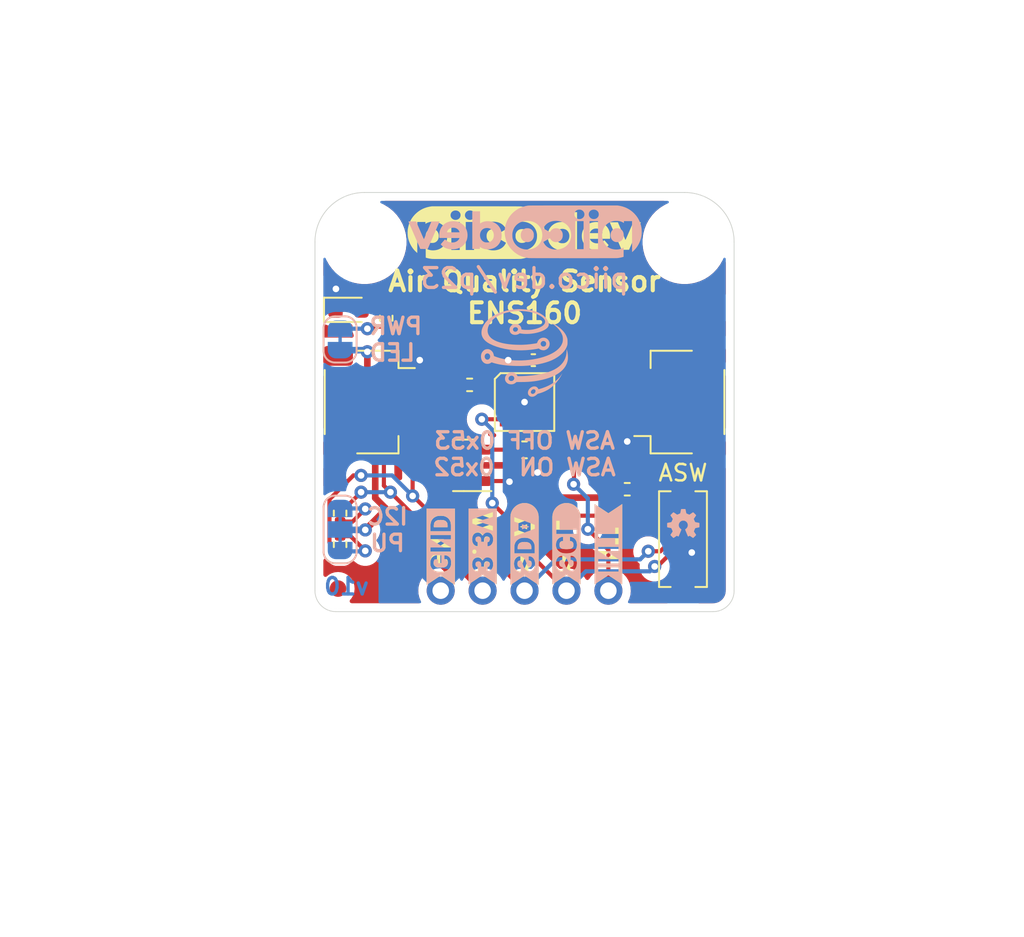
<source format=kicad_pcb>
(kicad_pcb (version 20211014) (generator pcbnew)
  (title_block (title "PiicoDev Air Quality Sensor") (date "2022-05-04") (rev "00") (company "Core Electronics") (comment 1 "Designed by Peter Johnston at") (comment 2 "PiicoDev and the PiicoDev logo are trademarks of Core Electronics Pty Ltd.") (comment 3 "License: CCASAv4.0 http://creativecommons.org/licenses/by-sa/4.0"))
  (layers (0 "F.Cu" signal) (31 "B.Cu" signal) (34 "B.Paste" user) (35 "F.Paste" user) (36 "B.SilkS" user "B.Silkscreen") (37 "F.SilkS" user "F.Silkscreen") (38 "B.Mask" user) (39 "F.Mask" user) (44 "Edge.Cuts" user))
  (net 0 "")
  (net 1 "+3V3")
  (net 2 "GND")
  (net 3 "Net-(D1-Pad2)")
  (net 4 "/SCL")
  (net 5 "/SDA")
  (net 6 "Net-(JP1-Pad2)")
  (net 7 "Net-(JP2-Pad1)")
  (net 8 "Net-(JP2-Pad3)")
  (net 9 "Net-(C2-Pad1)")
  (net 10 "/INT")
  (net 11 "Net-(R5-Pad2)")
  (net 12 "Net-(U1-Pad3)")
  (footprint "Connector_JST:JST_SH_SM04B-SRSS-TB_1x04-1MP_P1.00mm_Horizontal" (layer "F.Cu") (at 106.7054 101.346 90)
    (fp_text reference "J2" hide)
    (fp_text value " " hide)
    (pad "1" smd roundrect locked (at -1.5 -2 90) (size 0.6 1.55) (layers "F.Cu" "F.Paste" "F.Mask") (net 2 "GND"))
    (pad "2" smd roundrect locked (at -0.5 -2 90) (size 0.6 1.55) (layers "F.Cu" "F.Paste" "F.Mask") (net 1 "+3V3"))
    (pad "3" smd roundrect locked (at 0.5 -2 90) (size 0.6 1.55) (layers "F.Cu" "F.Paste" "F.Mask") (net 5 "/SDA"))
    (pad "4" smd roundrect locked (at 1.5 -2 90) (size 0.6 1.55) (layers "F.Cu" "F.Paste" "F.Mask") (net 4 "/SCL"))
    (pad "MP" smd roundrect locked (at -2.8 1.875 90) (size 1.2 1.8) (layers "F.Cu" "F.Paste" "F.Mask") (roundrect_rratio 0.2083333333))
    (pad "MP" smd roundrect locked (at 2.8 1.875 90) (size 1.2 1.8) (layers "F.Cu" "F.Paste" "F.Mask") (roundrect_rratio 0.2083333333))
  )
  (footprint "CoreElectronics_Components:MountingHole_2.7mm_M2.5_PadClearance_1.2" (layer "F.Cu") (at 87.582 91.646)
    (fp_text reference "H1" hide)
    (fp_text value "MountingHole" hide)
    (pad "" np_thru_hole circle locked (at 0 0) (size 2.7 2.7) (drill 2.7) (layers *.Cu *.Mask))
  )
  (footprint "Fiducial:Fiducial_1mm_Mask2mm" (layer "F.Cu") (at 85.979 112.649)
    (fp_text reference "FID1" hide)
    (fp_text value "Fiducial" hide)
    (pad "" smd circle locked (at 0 0) (size 1 1) (layers "F.Cu" "F.Mask") (clearance 0.5))
  )
  (footprint "CoreElectronics_Components:MountingHole_2.7mm_M2.5_PadClearance_1.2" (layer "F.Cu") (at 106.982 91.646)
    (fp_text reference "H2" hide)
    (fp_text value "MountingHole" hide)
    (pad "" np_thru_hole circle locked (at 0 0) (size 2.7 2.7) (drill 2.7) (layers *.Cu *.Mask))
  )
  (footprint "Fiducial:Fiducial_1mm_Mask2mm" (layer "F.Cu") (at 108.585 95.631)
    (fp_text reference "FID2" hide)
    (fp_text value "Fiducial" hide)
    (pad "" smd circle locked (at 0 0) (size 1 1) (layers "F.Cu" "F.Mask") (clearance 0.5))
  )
  (footprint "Resistor_SMD:R_0402_1005Metric" (layer "F.Cu") (at 88.9 96.266 90)
    (fp_text reference "R1" hide)
    (fp_text value "10k")
    (pad "1" smd roundrect locked (at -0.51 0 90) (size 0.54 0.64) (layers "F.Cu" "F.Paste" "F.Mask") (net 6 "Net-(JP1-Pad2)"))
    (pad "2" smd roundrect locked (at 0.51 0 90) (size 0.54 0.64) (layers "F.Cu" "F.Paste" "F.Mask") (net 3 "Net-(D1-Pad2)"))
  )
  (footprint "LED_SMD:LED_0603_1608Metric" (layer "F.Cu") (at 86.614 95.758)
    (fp_text reference "D1" hide)
    (fp_text value "LED")
    (pad "1" smd roundrect locked (at -0.7875 0) (size 0.875 0.95) (layers "F.Cu" "F.Paste" "F.Mask") (net 2 "GND"))
    (pad "2" smd roundrect locked (at 0.7875 0) (size 0.875 0.95) (layers "F.Cu" "F.Paste" "F.Mask") (net 3 "Net-(D1-Pad2)"))
  )
  (footprint "Connector_JST:JST_SH_SM04B-SRSS-TB_1x04-1MP_P1.00mm_Horizontal" (layer "F.Cu") (at 87.8586 101.346 -90)
    (fp_text reference "J1" hide)
    (fp_text value " " hide)
    (pad "1" smd roundrect locked (at -1.5 -2 270) (size 0.6 1.55) (layers "F.Cu" "F.Paste" "F.Mask") (net 2 "GND"))
    (pad "2" smd roundrect locked (at -0.5 -2 270) (size 0.6 1.55) (layers "F.Cu" "F.Paste" "F.Mask") (net 1 "+3V3"))
    (pad "3" smd roundrect locked (at 0.5 -2 270) (size 0.6 1.55) (layers "F.Cu" "F.Paste" "F.Mask") (net 5 "/SDA"))
    (pad "4" smd roundrect locked (at 1.5 -2 270) (size 0.6 1.55) (layers "F.Cu" "F.Paste" "F.Mask") (net 4 "/SCL"))
    (pad "MP" smd roundrect locked (at -2.8 1.875 270) (size 1.2 1.8) (layers "F.Cu" "F.Paste" "F.Mask") (roundrect_rratio 0.2083333333))
    (pad "MP" smd roundrect locked (at 2.8 1.875 270) (size 1.2 1.8) (layers "F.Cu" "F.Paste" "F.Mask") (roundrect_rratio 0.2083333333))
  )
  (footprint "CoreElectronics_Artwork:piicodev_logo_14.2x3.4mm" (layer "F.Cu") (at 97.282 91.186)
    (fp_text reference "G1" hide)
    (fp_text value "LOGO_PiicoDev" hide)
  )
  (footprint "Resistor_SMD:R_0402_1005Metric" (layer "F.Cu") (at 86.106 109.982 -90)
    (fp_text reference "R2" hide)
    (fp_text value "10k")
    (pad "1" smd roundrect locked (at -0.51 0 270) (size 0.54 0.64) (layers "F.Cu" "F.Paste" "F.Mask") (net 8 "Net-(JP2-Pad3)"))
    (pad "2" smd roundrect locked (at 0.51 0 270) (size 0.54 0.64) (layers "F.Cu" "F.Paste" "F.Mask") (net 4 "/SCL"))
  )
  (footprint "Resistor_SMD:R_0402_1005Metric" (layer "F.Cu") (at 86.106 108.077 90)
    (fp_text reference "R3" hide)
    (fp_text value "10k")
    (pad "1" smd roundrect locked (at -0.51 0 90) (size 0.54 0.64) (layers "F.Cu" "F.Paste" "F.Mask") (net 7 "Net-(JP2-Pad1)"))
    (pad "2" smd roundrect locked (at 0.51 0 90) (size 0.54 0.64) (layers "F.Cu" "F.Paste" "F.Mask") (net 5 "/SDA"))
  )
  (footprint "kibuzzard-6285E559" (layer "F.Cu") (at 94.742 110.094931 90)
    (fp_text reference "kibuzzard-6285E559" hide)
    (fp_text value "G***" hide)
  )
  (footprint "CoreElectronics_Components:PiicoDev_header_5pin" (layer "F.Cu") (at 92.202 112.776 90)
    (fp_text reference "J3" hide)
    (fp_text value "Conn_01x05_Male" hide)
    (pad "1" thru_hole circle locked (at 0 0 90) (size 1.7 1.7) (drill 1) (layers *.Cu *.Mask) (net 2 "GND"))
    (pad "2" thru_hole oval locked (at 0 2.54 90) (size 1.7 1.7) (drill 1) (layers *.Cu *.Mask) (net 1 "+3V3"))
    (pad "3" thru_hole oval locked (at 0 5.08 90) (size 1.7 1.7) (drill 1) (layers *.Cu *.Mask) (net 5 "/SDA"))
    (pad "4" thru_hole oval locked (at 0 7.62 90) (size 1.7 1.7) (drill 1) (layers *.Cu *.Mask) (net 4 "/SCL"))
    (pad "5" thru_hole oval locked (at 0 10.16 90) (size 1.7 1.7) (drill 1) (layers *.Cu *.Mask) (net 10 "/INT"))
  )
  (footprint "Resistor_SMD:R_0402_1005Metric" (layer "F.Cu") (at 103.505 106.6292)
    (fp_text reference "R4" hide)
    (fp_text value "10k")
    (pad "1" smd roundrect (at -0.51 0) (size 0.54 0.64) (layers "F.Cu" "F.Paste" "F.Mask") (net 1 "+3V3"))
    (pad "2" smd roundrect (at 0.51 0) (size 0.54 0.64) (layers "F.Cu" "F.Paste" "F.Mask") (net 12 "Net-(U1-Pad3)"))
  )
  (footprint "CoreElectronics_Components:SW_DIP_x01_Slide_CHS-01A1" (layer "F.Cu") (at 106.8832 109.6518)
    (fp_text reference "ASW1" hide)
    (fp_text value "SW_DIP_x01")
    (pad "1" smd rect (at 0 2.54) (size 1 1.6) (layers "F.Cu" "F.Paste" "F.Mask") (net 2 "GND"))
    (pad "2" smd rect (at 0 -2.54) (size 1 1.6) (layers "F.Cu" "F.Paste" "F.Mask") (net 12 "Net-(U1-Pad3)"))
  )
  (footprint "Capacitor_SMD:C_0603_1608Metric" (layer "F.Cu") (at 97.282 104.2416)
    (fp_text reference "C2" hide)
    (fp_text value "10u")
    (pad "1" smd roundrect (at -0.775 0) (size 0.9 0.95) (layers "F.Cu" "F.Paste" "F.Mask") (net 9 "Net-(C2-Pad1)"))
    (pad "2" smd roundrect (at 0.775 0) (size 0.9 0.95) (layers "F.Cu" "F.Paste" "F.Mask") (net 2 "GND"))
  )
  (footprint "kibuzzard-6285E79D" (layer "F.Cu") (at 102.362 109.959149 90)
    (fp_text reference "kibuzzard-6285E79D" hide)
    (fp_text value "G***" hide)
  )
  (footprint "kibuzzard-6285E748" (layer "F.Cu") (at 99.822 109.929164 90)
    (fp_text reference "kibuzzard-6285E748" hide)
    (fp_text value "G***" hide)
  )
  (footprint "kibuzzard-6285E695" (layer "F.Cu") (at 92.202 110.109 90)
    (fp_text reference "kibuzzard-6285E695" hide)
    (fp_text value "G***" hide)
  )
  (footprint "Capacitor_SMD:C_0402_1005Metric" (layer "F.Cu") (at 97.8154 98.806 180)
    (fp_text reference "C1" hide)
    (fp_text value "100n")
    (pad "1" smd roundrect (at -0.48 0 180) (size 0.56 0.62) (layers "F.Cu" "F.Paste" "F.Mask") (net 1 "+3V3"))
    (pad "2" smd roundrect (at 0.48 0 180) (size 0.56 0.62) (layers "F.Cu" "F.Paste" "F.Mask") (net 2 "GND"))
  )
  (footprint "Resistor_SMD:R_0402_1005Metric" (layer "F.Cu") (at 93.9546 100.3046)
    (fp_text reference "R5" hide)
    (fp_text value "120R")
    (pad "1" smd roundrect (at -0.51 0) (size 0.54 0.64) (layers "F.Cu" "F.Paste" "F.Mask") (net 5 "/SDA"))
    (pad "2" smd roundrect (at 0.51 0) (size 0.54 0.64) (layers "F.Cu" "F.Paste" "F.Mask") (net 11 "Net-(R5-Pad2)"))
  )
  (footprint "kibuzzard-6285E568" (layer "F.Cu") (at 97.282 109.94629 90)
    (fp_text reference "kibuzzard-6285E568" hide)
    (fp_text value "G***" hide)
  )
  (footprint "CoreElectronics_Components:ScioSense_ENS160" (layer "F.Cu") (at 97.282 101.346)
    (fp_text reference "U1" hide)
    (fp_text value "ENS160")
    (pad "1" smd rect (at -1.05 -1.05) (size 0.9 0.85) (layers "F.Cu" "F.Paste" "F.Mask") (net 11 "Net-(R5-Pad2)"))
    (pad "2" smd rect (at -1.05 0) (size 0.9 0.85) (layers "F.Cu" "F.Paste" "F.Mask") (net 4 "/SCL"))
    (pad "3" smd rect (at -1.05 1.05) (size 0.9 0.85) (layers "F.Cu" "F.Paste" "F.Mask") (net 12 "Net-(U1-Pad3)"))
    (pad "4" smd rect (at 0 1.05) (size 0.9 0.85) (layers "F.Cu" "F.Paste" "F.Mask") (net 9 "Net-(C2-Pad1)"))
    (pad "5" smd rect (at 1.05 1.05) (size 0.9 0.85) (layers "F.Cu" "F.Paste" "F.Mask") (net 1 "+3V3"))
    (pad "6" smd rect (at 1.05 0) (size 0.9 0.85) (layers "F.Cu" "F.Paste" "F.Mask") (net 10 "/INT"))
    (pad "7" smd rect (at 1.05 -1.05) (size 0.9 0.85) (layers "F.Cu" "F.Paste" "F.Mask") (net 1 "+3V3"))
    (pad "8" smd rect (at 0 -1.05) (size 0.9 0.85) (layers "F.Cu" "F.Paste" "F.Mask") (net 2 "GND"))
    (pad "9" smd rect (at 0 0) (size 0.9 0.85) (layers "F.Cu" "F.Paste" "F.Mask") (net 2 "GND"))
  )
  (footprint "kibuzzard-6285E695" (layer "F.Cu") (at 92.202 110.109 90)
    (fp_text reference "kibuzzard-6285E695" hide)
    (fp_text value "G***" hide)
  )
  (footprint "Package_TO_SOT_SMD:SOT-23" (layer "F.Cu") (at 93.599 105.1814 180)
    (fp_text reference "U2" hide)
    (fp_text value "Regulator 1V8")
    (pad "1" smd roundrect (at -0.9375 -0.95 180) (size 1.475 0.6) (layers "F.Cu" "F.Paste" "F.Mask") (net 2 "GND"))
    (pad "2" smd roundrect (at -0.9375 0.95 180) (size 1.475 0.6) (layers "F.Cu" "F.Paste" "F.Mask") (net 9 "Net-(C2-Pad1)"))
    (pad "3" smd roundrect (at 0.9375 0 180) (size 1.475 0.6) (layers "F.Cu" "F.Paste" "F.Mask") (net 1 "+3V3"))
  )
  (footprint "CoreElectronics_Artwork:piicodev_logo_14.2x3.4mm" (layer "B.Cu") (at 97.297953 91.1352 180)
    (fp_text reference "G3" hide)
    (fp_text value "LOGO_made-with-love" hide)
  )
  (footprint "CoreElectronics_Artwork:oshw" (layer "B.Cu") (at 106.9086 108.712 180)
    (fp_text reference "LOGO1" hide)
    (fp_text value "Logo_Open_Hardware_Small" hide)
  )
  (footprint "CoreElectronics_Artwork:CoreElectronics_logo_5mm" (layer "B.Cu") (at 97.282 98.3742 180)
    (fp_text reference "G2" hide)
    (fp_text value "LOGO_CoreElectronics_no-text" hide)
  )
  (footprint "CoreElectronics_Components:SolderJumper-2_P1.3mm_Bridged_RoundedPad1.0x1.5mm" (layer "B.Cu") (at 86.106 97.551 90)
    (fp_text reference "JP1" hide)
    (fp_text value "LED")
    (fp_poly (pts (xy 0.25 0.1) (xy -0.25 0.1) (xy -0.25 -0.1) (xy 0.25 -0.1)) (layer "B.Cu") (width 0) (fill solid))
    (pad "1" smd custom locked (at -0.65 0 90) (size 1 0.5) (layers "B.Cu" "B.Mask") (net 1 "+3V3") (options (clearance outline) (anchor rect)) (primitives (gr_circle (center 0 -0.25) (end 0.5 -0.25) (width 0) (fill yes)) (gr_circle (center 0 0.25) (end 0.5 0.25) (width 0) (fill yes)) (gr_poly (pts (xy 0 0.75) (xy 0.5 0.75) (xy 0.5 -0.75) (xy 0 -0.75)) (width 0) (fill yes))))
    (pad "2" smd custom locked (at 0.65 0 90) (size 1 0.5) (layers "B.Cu" "B.Mask") (net 6 "Net-(JP1-Pad2)") (options (clearance outline) (anchor rect)) (primitives (gr_circle (center 0 -0.25) (end 0.5 -0.25) (width 0) (fill yes)) (gr_circle (center 0 0.25) (end 0.5 0.25) (width 0) (fill yes)) (gr_poly (pts (xy 0 0.75) (xy -0.5 0.75) (xy -0.5 -0.75) (xy 0 -0.75)) (width 0) (fill yes))))
  )
  (footprint "kibuzzard-6285E568" (layer "B.Cu") (at 97.282 109.94629 90)
    (fp_text reference "kibuzzard-6285E568" hide)
    (fp_text value "G***" hide)
  )
  (footprint "kibuzzard-6285E79D" (layer "B.Cu") (at 102.362 109.959149 90)
    (fp_text reference "kibuzzard-6285E79D" hide)
    (fp_text value "G***" hide)
  )
  (footprint "kibuzzard-6285E559" (layer "B.Cu") (at 94.742 110.094931 90)
    (fp_text reference "kibuzzard-6285E559" hide)
    (fp_text value "G***" hide)
  )
  (footprint "CoreElectronics_Components:SolderJumper-3_P1.3mm_Closed_RoundedPad1.0x1.5mm_NumberLabels" (layer "B.Cu") (at 86.106 109.0676 -90)
    (fp_text reference "JP2" hide)
    (fp_text value "SolderJumper_3_Bridged123-Jumper")
    (fp_line (start -0.85 0) (end 0.85 0) (layer "B.Cu") (width 0.2))
    (pad "1" smd custom locked (at -1.3 0 270) (size 1 0.5) (layers "B.Cu" "B.Mask") (net 7 "Net-(JP2-Pad1)") (options (clearance outline) (anchor rect)) (primitives (gr_circle (center 0 -0.25) (end 0.5 -0.25) (width 0) (fill yes)) (gr_circle (center 0 0.25) (end 0.5 0.25) (width 0) (fill yes)) (gr_poly (pts (xy 0.55 0.75) (xy 0 0.75) (xy 0 -0.75) (xy 0.55 -0.75)) (width 0) (fill yes))))
    (pad "2" smd rect locked (at 0 0 270) (size 1 1.5) (layers "B.Cu" "B.Mask") (net 1 "+3V3"))
    (pad "3" smd custom locked (at 1.3 0 270) (size 1 0.5) (layers "B.Cu" "B.Mask") (net 8 "Net-(JP2-Pad3)") (options (clearance outline) (anchor rect)) (primitives (gr_circle (center 0 -0.25) (end 0.5 -0.25) (width 0) (fill yes)) (gr_circle (center 0 0.25) (end 0.5 0.25) (width 0) (fill yes)) (gr_poly (pts (xy -0.55 0.75) (xy 0 0.75) (xy 0 -0.75) (xy -0.55 -0.75)) (width 0) (fill yes))))
  )
  (footprint "kibuzzard-6285E695" (layer "B.Cu") (at 92.202 110.109 90)
    (fp_text reference "kibuzzard-6285E695" hide)
    (fp_text value "G***" hide)
  )
  (footprint "kibuzzard-6285E748" (layer "B.Cu") (at 99.822 109.929164 90)
    (fp_text reference "kibuzzard-6285E748" hide)
    (fp_text value "G***" hide)
  )
  (gr_arc (start 109.982 112.776) (mid 109.610026 113.674026) (end 108.712 114.046) (layer "Edge.Cuts") (width 0.05))
  (gr_arc (start 85.852 114.046) (mid 84.953974 113.674026) (end 84.582 112.776) (layer "Edge.Cuts") (width 0.05))
  (gr_line (start 108.712 114.046) (end 85.852 114.046) (layer "Edge.Cuts") (width 0.05))
  (gr_line (start 87.582 88.646) (end 106.982 88.646) (layer "Edge.Cuts") (width 0.05))
  (gr_line (start 109.982 91.646) (end 109.982 112.776) (layer "Edge.Cuts") (width 0.05))
  (gr_arc (start 106.982 88.646) (mid 109.10332 89.52468) (end 109.982 91.646) (layer "Edge.Cuts") (width 0.05))
  (gr_line (start 84.582 112.776) (end 84.582 91.646) (layer "Edge.Cuts") (width 0.05))
  (gr_arc (start 84.582 91.646) (mid 85.46068 89.52468) (end 87.582 88.646) (layer "Edge.Cuts") (width 0.05))
  (gr_text "v10" (at 86.492 112.522) (layer "B.Cu") (effects (font (size 1 1) (thickness 0.2)) (justify mirror)))
  (gr_text "piico.dev/p23" (at 97.282 93.853) (layer "B.SilkS") (effects (font (size 1.2 1.2) (thickness 0.2)) (justify mirror)))
  (gr_text "PWR\nLED" (at 87.7824 97.551) (layer "B.SilkS") (effects (font (size 1 1) (thickness 0.2)) (justify right mirror)))
  (gr_text "I2C\nPU" (at 88.9762 109.093) (layer "B.SilkS") (effects (font (size 1 1) (thickness 0.2)) (justify mirror)))
  (gr_text "ASW OFF 0x53\nASW ON  0x52" (at 97.282 104.4956) (layer "B.SilkS") (effects (font (size 1 1) (thickness 0.2)) (justify mirror)))
  (gr_text "Air Quality Sensor\nENS160" (at 97.282 94.996) (layer "F.SilkS") (effects (font (size 1.2 1.2) (thickness 0.25))))
  (gr_text "ASW" (at 106.8832 105.6386) (layer "F.SilkS") (effects (font (size 1 1))))
  (segment (start 102.995 106.428) (end 106.36636 103.05664) (width 0.4) (layer "F.Cu") (net 1))
  (segment (start 92.583 111.506) (end 93.472 111.506) (width 0.4) (layer "F.Cu") (net 1))
  (segment (start 105.8465 101.846) (end 106.36636 102.36586) (width 0.4) (layer "F.Cu") (net 1))
  (segment (start 98.93152 102.99552) (end 98.93152 104.59572) (width 0.4) (layer "F.Cu") (net 1))
  (segment (start 87.757 99.949) (end 88.654 100.846) (width 0.4) (layer "F.Cu") (net 1))
  (segment (start 98.93152 104.59572) (end 98.93152 106.50368) (width 0.4) (layer "F.Cu") (net 1))
  (segment (start 96.52 105.1814) (end 97.269889 105.931289) (width 0.4) (layer "F.Cu") (net 1))
  (segment (start 97.92932 106.6038) (end 98.8314 106.6038) (width 0.4) (layer "F.Cu") (net 1))
  (segment (start 88.23358 107.15658) (end 88.8365 107.7595) (width 0.4) (layer "F.Cu") (net 1))
  (segment (start 88.23358 101.26642) (end 88.23358 107.15658) (width 0.4) (layer "F.Cu") (net 1))
  (segment (start 98.93152 106.50368) (end 98.8314 106.6038) (width 0.4) (layer "F.Cu") (net 1))
  (segment (start 87.757 98.298) (end 87.757 99.949) (width 0.4) (layer "F.Cu") (net 1))
  (segment (start 87.63 109.093) (end 88.8365 107.8865) (width 0.4) (layer "F.Cu") (net 1))
  (segment (start 88.8365 107.7595) (end 92.583 111.506) (width 0.4) (layer "F.Cu") (net 1))
  (segment (start 93.472 111.506) (end 94.742 112.776) (width 0.4) (layer "F.Cu") (net 1))
  (segment (start 91.827275 100.846) (end 89.8586 100.846) (width 0.4) (layer "F.Cu") (net 1))
  (segment (start 101.3354 101.846) (end 104.7054 101.846) (width 0.4) (layer "F.Cu") (net 1))
  (segment (start 99.3648 107.1372) (end 102.487 107.1372) (width 0.4) (layer "F.Cu") (net 1))
  (segment (start 102.487 107.1372) (end 102.995 106.6292) (width 0.4) (layer "F.Cu") (net 1))
  (segment (start 95.213475 97.4598) (end 91.827275 100.846) (width 0.4) (layer "F.Cu") (net 1))
  (segment (start 98.2954 98.806) (end 98.2954 100.2594) (width 0.4) (layer "F.Cu") (net 1))
  (segment (start 88.654 100.846) (end 89.8586 100.846) (width 0.4) (layer "F.Cu") (net 1))
  (segment (start 98.298 98.8034) (end 98.298 98.171) (width 0.4) (layer "F.Cu") (net 1))
  (segment (start 98.2954 98.806) (end 101.3354 101.846) (width 0.4) (layer "F.Cu") (net 1))
  (segment (start 97.269889 105.944369) (end 97.92932 106.6038) (width 0.4) (layer "F.Cu") (net 1))
  (segment (start 97.269889 105.931289) (end 97.269889 105.944369) (width 0.4) (layer "F.Cu") (net 1))
  (segment (start 98.298 98.171) (end 97.5868 97.4598) (width 0.4) (layer "F.Cu") (net 1))
  (segment (start 88.8365 107.8865) (end 88.8365 107.7595) (width 0.4) (layer "F.Cu") (net 1))
  (segment (start 88.654 100.846) (end 88.23358 101.26642) (width 0.4) (layer "F.Cu") (net 1))
  (segment (start 98.8314 106.6038) (end 99.3648 107.1372) (width 0.4) (layer "F.Cu") (net 1))
  (segment (start 102.995 106.6292) (end 102.995 106.428) (width 0.4) (layer "F.Cu") (net 1))
  (segment (start 98.2954 100.2594) (end 98.332 100.296) (width 0.4) (layer "F.Cu") (net 1))
  (segment (start 106.36636 102.36586) (end 106.36636 103.05664) (width 0.4) (layer "F.Cu") (net 1))
  (segment (start 92.6615 105.1814) (end 96.52 105.1814) (width 0.4) (layer "F.Cu") (net 1))
  (segment (start 97.5868 97.4598) (end 95.213475 97.4598) (width 0.4) (layer "F.Cu") (net 1))
  (segment (start 98.332 102.396) (end 98.93152 102.99552) (width 0.4) (layer "F.Cu") (net 1))
  (segment (start 104.7054 101.846) (end 105.8465 101.846) (width 0.4) (layer "F.Cu") (net 1))
  (via (at 87.757 98.298) (size 0.8) (drill 0.4) (layers "F.Cu" "B.Cu") (net 1))
  (via (at 87.63 109.093) (size 0.8) (drill 0.4) (layers "F.Cu" "B.Cu") (net 1))
  (segment (start 86.106 98.201) (end 87.152 98.201) (width 0.4) (layer "B.Cu") (net 1))
  (segment (start 86.106 109.093) (end 87.63 109.093) (width 0.4) (layer "B.Cu") (net 1))
  (segment (start 87.66 98.201) (end 87.757 98.298) (width 0.4) (layer "B.Cu") (net 1))
  (segment (start 87.152 98.201) (end 87.66 98.201) (width 0.4) (layer "B.Cu") (net 1))
  (segment (start 103.505 103.7336) (end 103.505 103.703565) (width 0.25) (layer "F.Cu") (net 2))
  (segment (start 97.3354 98.806) (end 97.3354 100.2426) (width 0.25) (layer "F.Cu") (net 2))
  (segment (start 90.932 98.806) (end 90.8986 98.806) (width 0.25) (layer "F.Cu") (net 2))
  (segment (start 90.8986 98.806) (end 89.8586 99.846) (width 0.25) (layer "F.Cu") (net 2))
  (segment (start 97.3354 98.806) (end 96.2914 98.806) (width 0.25) (layer "F.Cu") (net 2))
  (segment (start 98.0694 105.6132) (end 98.057 105.6008) (width 0.25) (layer "F.Cu") (net 2))
  (segment (start 85.8265 94.5135) (end 85.852 94.488) (width 0.25) (layer "F.Cu") (net 2))
  (segment (start 96.327 106.1314) (end 96.3676 106.172) (width 0.25) (layer "F.Cu") (net 2))
  (segment (start 97.3354 100.2426) (end 97.282 100.296) (width 0.25) (layer "F.Cu") (net 2))
  (segment (start 103.505 103.703565) (end 104.362565 102.846) (width 0.25) (layer "F.Cu") (net 2))
  (segment (start 104.362565 102.846) (end 104.7054 102.846) (width 0.25) (layer "F.Cu") (net 2))
  (segment (start 98.057 105.6008) (end 98.057 104.2416) (width 0.25) (layer "F.Cu") (net 2))
  (segment (start 94.5365 106.1314) (end 96.327 106.1314) (width 0.25) (layer "F.Cu") (net 2))
  (segment (start 106.8832 112.1918) (end 106.8832 110.998) (width 0.25) (layer "F.Cu") (net 2))
  (segment (start 106.8832 110.998) (end 107.4166 110.4646) (width 0.25) (layer "F.Cu") (net 2))
  (segment (start 85.8265 95.758) (end 85.8265 94.5135) (width 0.25) (layer "F.Cu") (net 2))
  (via (at 103.505 103.7336) (size 0.8) (drill 0.4) (layers "F.Cu" "B.Cu") (net 2))
  (via (at 85.852 94.488) (size 0.8) (drill 0.4) (layers "F.Cu" "B.Cu") (net 2))
  (via (at 90.932 98.806) (size 0.8) (drill 0.4) (layers "F.Cu" "B.Cu") (net 2))
  (via (at 107.4166 110.4646) (size 0.8) (drill 0.4) (layers "F.Cu" "B.Cu") (net 2))
  (via (at 97.282 101.346) (size 0.8) (drill 0.4) (layers "F.Cu" "B.Cu") (net 2))
  (via (at 98.0694 105.6132) (size 0.8) (drill 0.4) (layers "F.Cu" "B.Cu") (net 2))
  (via (at 96.3676 106.172) (size 0.8) (drill 0.4) (layers "F.Cu" "B.Cu") (net 2))
  (via (at 96.2914 98.806) (size 0.8) (drill 0.4) (layers "F.Cu" "B.Cu") (net 2))
  (segment (start 88.898 95.758) (end 88.9 95.756) (width 0.25) (layer "F.Cu") (net 3))
  (segment (start 87.4015 95.758) (end 88.898 95.758) (width 0.25) (layer "F.Cu") (net 3))
  (segment (start 107.3404 101.11599) (end 106.07041 99.846) (width 0.25) (layer "F.Cu") (net 4))
  (segment (start 89.8586 103.4354) (end 89.8586 102.846) (width 0.25) (layer "F.Cu") (net 4))
  (segment (start 90.5256 107.0356) (end 94.02098 110.53098) (width 0.25) (layer "F.Cu") (net 4))
  (segment (start 85.46099 109.84699) (end 85.46099 107.241456) (width 0.25) (layer "F.Cu") (net 4))
  (segment (start 90.5002 107.0356) (end 90.5256 107.0356) (width 0.25) (layer "F.Cu") (net 4))
  (segment (start 97.57698 110.53098) (end 99.822 112.776) (width 0.25) (layer "F.Cu") (net 4))
  (segment (start 89.8586 102.846) (end 91.8196 102.846) (width 0.25) (layer "F.Cu") (net 4))
  (segment (start 105.166491 111.308302) (end 105.333482 111.308302) (width 0.25) (layer "F.Cu") (net 4))
  (segment (start 90.5002 107.0356) (end 90.5002 104.077) (width 0.25) (layer "F.Cu") (net 4))
  (segment (start 91.8196 102.846) (end 93.3196 101.346) (width 0.25) (layer "F.Cu") (net 4))
  (segment (start 107.3404 104.718493) (end 107.3404 101.11599) (width 0.25) (layer "F.Cu") (net 4))
  (segment (start 86.106 110.492) (end 85.46099 109.84699) (width 0.25) (layer "F.Cu") (net 4))
  (segment (start 105.333482 111.308302) (end 108.17092 108.470864) (width 0.25) (layer "F.Cu") (net 4))
  (segment (start 108.17092 105.549013) (end 107.3404 104.718493) (width 0.25) (layer "F.Cu") (net 4))
  (segment (start 85.46099 107.241456) (end 86.911446 105.791) (width 0.25) (layer "F.Cu") (net 4))
  (segment (start 86.911446 105.791) (end 87.376 105.791) (width 0.25) (layer "F.Cu") (net 4))
  (segment (start 90.5002 104.077) (end 89.8586 103.4354) (width 0.25) (layer "F.Cu") (net 4))
  (segment (start 93.3196 101.346) (end 96.232 101.346) (width 0.25) (layer "F.Cu") (net 4))
  (segment (start 94.02098 110.53098) (end 97.57698 110.53098) (width 0.25) (layer "F.Cu") (net 4))
  (segment (start 106.07041 99.846) (end 104.7054 99.846) (width 0.25) (layer "F.Cu") (net 4))
  (segment (start 108.17092 108.470864) (end 108.17092 105.549013) (width 0.25) (layer "F.Cu") (net 4))
  (via (at 105.166491 111.308302) (size 0.8) (drill 0.4) (layers "F.Cu" "B.Cu") (net 4))
  (via (at 90.5002 107.0356) (size 0.8) (drill 0.4) (layers "F.Cu" "B.Cu") (net 4))
  (via (at 87.376 105.791) (size 0.8) (drill 0.4) (layers "F.Cu" "B.Cu") (net 4))
  (segment (start 105.166491 111.308302) (end 104.873304 111.601489) (width 0.25) (layer "B.Cu") (net 4))
  (segment (start 104.873304 111.601489) (end 100.996511 111.601489) (width 0.25) (layer "B.Cu") (net 4))
  (segment (start 89.2556 105.791) (end 90.5002 107.0356) (width 0.25) (layer "B.Cu") (net 4))
  (segment (start 100.996511 111.601489) (end 99.822 112.776) (width 0.25) (layer "B.Cu") (net 4))
  (segment (start 87.376 105.791) (end 89.2556 105.791) (width 0.25) (layer "B.Cu") (net 4))
  (segment (start 95.48699 110.98099) (end 97.282 112.776) (width 0.25) (layer "F.Cu") (net 5))
  (segment (start 94.50501 110.98099) (end 95.48699 110.98099) (width 0.25) (layer "F.Cu") (net 5))
  (segment (start 107.7214 108.1786) (end 107.7214 106.026378) (width 0.25) (layer "F.Cu") (net 5))
  (segment (start 88.75859 102.17101) (end 88.75859 106.41159) (width 0.25) (layer "F.Cu") (net 5))
  (segment (start 88.75859 106.41159) (end 89.154 106.807) (width 0.25) (layer "F.Cu") (net 5))
  (segment (start 93.32799 110.98099) (end 94.50501 110.98099) (width 0.25) (layer "F.Cu") (net 5))
  (segment (start 89.0836 101.846) (end 88.75859 102.17101) (width 0.25) (layer "F.Cu") (net 5))
  (segment (start 89.154 106.807) (end 93.32799 110.98099) (width 0.25) (layer "F.Cu") (net 5))
  (segment (start 89.8586 101.846) (end 89.0836 101.846) (width 0.25) (layer "F.Cu") (net 5))
  (segment (start 106.89088 101.68388) (end 106.053 100.846) (width 0.25) (layer "F.Cu") (net 5))
  (segment (start 106.053 100.846) (end 104.7054 100.846) (width 0.25) (layer "F.Cu") (net 5))
  (segment (start 86.106 107.567) (end 86.616 107.567) (width 0.25) (layer "F.Cu") (net 5))
  (segment (start 86.616 107.567) (end 87.376 106.807) (width 0.25) (layer "F.Cu") (net 5))
  (segment (start 91.9032 101.846) (end 93.4446 100.3046) (width 0.25) (layer "F.Cu") (net 5))
  (segment (start 106.89088 105.195858) (end 106.89088 101.68388) (width 0.25) (layer "F.Cu") (net 5))
  (segment (start 104.779681 110.386684) (end 105.513316 110.386684) (width 0.25) (layer "F.Cu") (net 5))
  (segment (start 105.513316 110.386684) (end 107.7214 108.1786) (width 0.25) (layer "F.Cu") (net 5))
  (segment (start 107.7214 106.026378) (end 106.89088 105.195858) (width 0.25) (layer "F.Cu") (net 5))
  (segment (start 89.8586 101.846) (end 91.9032 101.846) (width 0.25) (layer "F.Cu") (net 5))
  (via (at 87.376 106.807) (size 0.8) (drill 0.4) (layers "F.Cu" "B.Cu") (net 5))
  (via (at 104.779681 110.386684) (size 0.8) (drill 0.4) (layers "F.Cu" "B.Cu") (net 5))
  (via (at 89.154 106.807) (size 0.8) (drill 0.4) (layers "F.Cu" "B.Cu") (net 5))
  (segment (start 99.181011 110.876989) (end 97.282 112.776) (width 0.25) (layer "B.Cu") (net 5))
  (segment (start 104.289376 110.876989) (end 99.181011 110.876989) (width 0.25) (layer "B.Cu") (net 5))
  (segment (start 104.779681 110.386684) (end 104.289376 110.876989) (width 0.25) (layer "B.Cu") (net 5))
  (segment (start 87.376 106.807) (end 89.154 106.807) (width 0.25) (layer "B.Cu") (net 5))
  (segment (start 88.263 96.776) (end 88.9 96.776) (width 0.25) (layer "F.Cu") (net 6))
  (segment (start 87.757 96.901) (end 88.138 96.901) (width 0.25) (layer "F.Cu") (net 6))
  (segment (start 88.138 96.901) (end 88.263 96.776) (width 0.25) (layer "F.Cu") (net 6))
  (via (at 87.757 96.901) (size 0.8) (drill 0.4) (layers "F.Cu" "B.Cu") (net 6))
  (segment (start 86.106 96.901) (end 87.757 96.901) (width 0.25) (layer "B.Cu") (net 6))
  (segment (start 87.63 107.823) (end 86.866 108.587) (width 0.25) (layer "F.Cu") (net 7))
  (segment (start 86.866 108.587) (end 86.106 108.587) (width 0.25) (layer "F.Cu") (net 7))
  (via (at 87.63 107.823) (size 0.8) (drill 0.4) (layers "F.Cu" "B.Cu") (net 7))
  (segment (start 86.106 107.793) (end 87.6 107.793) (width 0.25) (layer "B.Cu") (net 7))
  (segment (start 87.6 107.793) (end 87.63 107.823) (width 0.25) (layer "B.Cu") (net 7))
  (segment (start 87.63 110.363) (end 86.739 109.472) (width 0.25) (layer "F.Cu") (net 8))
  (segment (start 86.739 109.472) (end 86.106 109.472) (width 0.25) (layer "F.Cu") (net 8))
  (via (at 87.63 110.363) (size 0.8) (drill 0.4) (layers "F.Cu" "B.Cu") (net 8))
  (segment (start 86.106 110.393) (end 87.6 110.393) (width 0.25) (layer "B.Cu") (net 8))
  (segment (start 87.6 110.393) (end 87.63 110.363) (width 0.25) (layer "B.Cu") (net 8))
  (segment (start 97.282 102.396) (end 97.282 103.4666) (width 0.25) (layer "F.Cu") (net 9))
  (segment (start 96.4968 104.2314) (end 96.507 104.2416) (width 0.25) (layer "F.Cu") (net 9))
  (segment (start 97.282 103.4666) (end 96.507 104.2416) (width 0.25) (layer "F.Cu") (net 9))
  (segment (start 94.5365 104.2314) (end 96.4968 104.2314) (width 0.25) (layer "F.Cu") (net 9))
  (segment (start 102.362 112.776) (end 102.362 110.295801) (width 0.25) (layer "F.Cu") (net 10))
  (segment (start 102.362 110.295801) (end 101.1174 109.051201) (width 0.25) (layer "F.Cu") (net 10))
  (segment (start 99.3648 101.346) (end 98.332 101.346) (width 0.25) (layer "F.Cu") (net 10))
  (segment (start 100.2792 102.2604) (end 99.3648 101.346) (width 0.25) (layer "F.Cu") (net 10))
  (segment (start 100.2538 106.3244) (end 100.2792 106.299) (width 0.25) (layer "F.Cu") (net 10))
  (segment (start 100.2792 106.299) (end 100.2792 102.2604) (width 0.25) (layer "F.Cu") (net 10))
  (via (at 100.2538 106.3244) (size 0.8) (drill 0.4) (layers "F.Cu" "B.Cu") (net 10))
  (via (at 101.1174 109.051201) (size 0.8) (drill 0.4) (layers "F.Cu" "B.Cu") (net 10))
  (segment (start 100.2538 106.3244) (end 101.1174 107.188) (width 0.25) (layer "B.Cu") (net 10))
  (segment (start 101.1174 107.188) (end 101.1174 109.051201) (width 0.25) (layer "B.Cu") (net 10))
  (segment (start 96.2234 100.3046) (end 96.232 100.296) (width 0.25) (layer "F.Cu") (net 11))
  (segment (start 94.4646 100.3046) (end 96.2234 100.3046) (width 0.25) (layer "F.Cu") (net 11))
  (segment (start 95.3262 107.4674) (end 96.0902 108.2314) (width 0.25) (layer "F.Cu") (net 12))
  (segment (start 96.0902 108.2314) (end 102.4128 108.2314) (width 0.25) (layer "F.Cu") (net 12))
  (segment (start 94.6912 102.3874) (end 96.2234 102.3874) (width 0.25) (layer "F.Cu") (net 12))
  (segment (start 102.4128 108.2314) (end 104.015 106.6292) (width 0.25) (layer "F.Cu") (net 12))
  (segment (start 104.015 106.6292) (end 104.8766 106.6292) (width 0.25) (layer "F.Cu") (net 12))
  (segment (start 106.8832 107.1118) (end 105.3592 107.1118) (width 0.25) (layer "F.Cu") (net 12))
  (segment (start 104.8766 106.6292) (end 105.3592 107.1118) (width 0.25) (layer "F.Cu") (net 12))
  (segment (start 96.2234 102.3874) (end 96.232 102.396) (width 0.25) (layer "F.Cu") (net 12))
  (via (at 94.6912 102.3874) (size 0.8) (drill 0.4) (layers "F.Cu" "B.Cu") (net 12))
  (via (at 95.3262 107.4674) (size 0.8) (drill 0.4) (layers "F.Cu" "B.Cu") (net 12))
  (segment (start 94.6912 102.3874) (end 95.3262 103.0224) (width 0.25) (layer "B.Cu") (net 12))
  (segment (start 95.3262 103.0224) (end 95.3262 107.4674) (width 0.25) (layer "B.Cu") (net 12))
  (zone (net 0) (net_name "") (layer "F.Cu") (connect_pads (clearance 0.508)) (min_thickness 0.254) (fill yes (thermal_gap 0.508) (thermal_bridge_width 0.508))
    (polygon (pts (xy 109.982 114.046) (xy 84.582 114.046) (xy 84.582 88.646) (xy 109.982 88.646)))
  )
  (zone (net 2) (net_name "GND") (layer "B.Cu") (connect_pads (clearance 0.508)) (min_thickness 0.15) (fill yes (thermal_gap 0.508) (thermal_bridge_width 0.508))
    (polygon (pts (xy 108.204 88.9) (xy 108.966 89.408) (xy 109.601 90.17) (xy 109.982 91.313) (xy 109.982 92.075) (xy 109.982 93.472) (xy 109.982 96.146) (xy 109.982 111.1758) (xy 109.982 112.522) (xy 109.9185 113.03) (xy 109.601 113.538) (xy 109.093 113.919) (xy 108.585 114.046) (xy 107.0864 114.046) (xy 86.36 114.046) (xy 85.6615 113.9825) (xy 85.0265 113.6015) (xy 84.6455 112.9665) (xy 84.582 112.522) (xy 84.582 111.0488) (xy 84.582 91.7702) (xy 84.6582 90.9828) (xy 85.0138 90.1192) (xy 85.5218 89.4842) (xy 86.2076 89.0016) (xy 87.0204 88.6968) (xy 87.63 88.646) (xy 107.188 88.646)))
  )
)
</source>
